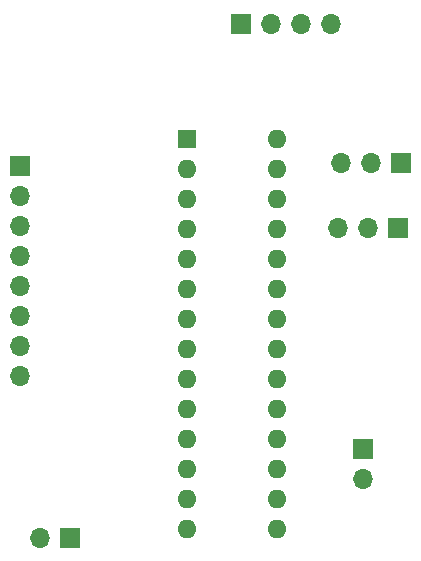
<source format=gbr>
%TF.GenerationSoftware,KiCad,Pcbnew,(6.0.7-1)-1*%
%TF.CreationDate,2022-11-15T19:28:55-05:00*%
%TF.ProjectId,pcb,7063622e-6b69-4636-9164-5f7063625858,rev?*%
%TF.SameCoordinates,Original*%
%TF.FileFunction,Soldermask,Bot*%
%TF.FilePolarity,Negative*%
%FSLAX46Y46*%
G04 Gerber Fmt 4.6, Leading zero omitted, Abs format (unit mm)*
G04 Created by KiCad (PCBNEW (6.0.7-1)-1) date 2022-11-15 19:28:55*
%MOMM*%
%LPD*%
G01*
G04 APERTURE LIST*
%ADD10R,1.700000X1.700000*%
%ADD11O,1.700000X1.700000*%
%ADD12R,1.600000X1.600000*%
%ADD13O,1.600000X1.600000*%
G04 APERTURE END LIST*
D10*
%TO.C,J1*%
X141025000Y-87775000D03*
D11*
X138485000Y-87775000D03*
X135945000Y-87775000D03*
%TD*%
D10*
%TO.C,J6*%
X113225000Y-114000000D03*
D11*
X110685000Y-114000000D03*
%TD*%
D10*
%TO.C,J2*%
X127700000Y-70475000D03*
D11*
X130240000Y-70475000D03*
X132780000Y-70475000D03*
X135320000Y-70475000D03*
%TD*%
D12*
%TO.C,U1*%
X123150000Y-80250000D03*
D13*
X123150000Y-82790000D03*
X123150000Y-85330000D03*
X123150000Y-87870000D03*
X123150000Y-90410000D03*
X123150000Y-92950000D03*
X123150000Y-95490000D03*
X123150000Y-98030000D03*
X123150000Y-100570000D03*
X123150000Y-103110000D03*
X123150000Y-105650000D03*
X123150000Y-108190000D03*
X123150000Y-110730000D03*
X123150000Y-113270000D03*
X130770000Y-113270000D03*
X130770000Y-110730000D03*
X130770000Y-108190000D03*
X130770000Y-105650000D03*
X130770000Y-103110000D03*
X130770000Y-100570000D03*
X130770000Y-98030000D03*
X130770000Y-95490000D03*
X130770000Y-92950000D03*
X130770000Y-90410000D03*
X130770000Y-87870000D03*
X130770000Y-85330000D03*
X130770000Y-82790000D03*
X130770000Y-80250000D03*
%TD*%
D10*
%TO.C,J5*%
X141275000Y-82275000D03*
D11*
X138735000Y-82275000D03*
X136195000Y-82275000D03*
%TD*%
D10*
%TO.C,J4*%
X138000000Y-106500000D03*
D11*
X138000000Y-109040000D03*
%TD*%
D10*
%TO.C,J3*%
X109000000Y-82550000D03*
D11*
X109000000Y-85090000D03*
X109000000Y-87630000D03*
X109000000Y-90170000D03*
X109000000Y-92710000D03*
X109000000Y-95250000D03*
X109000000Y-97790000D03*
X109000000Y-100330000D03*
%TD*%
M02*

</source>
